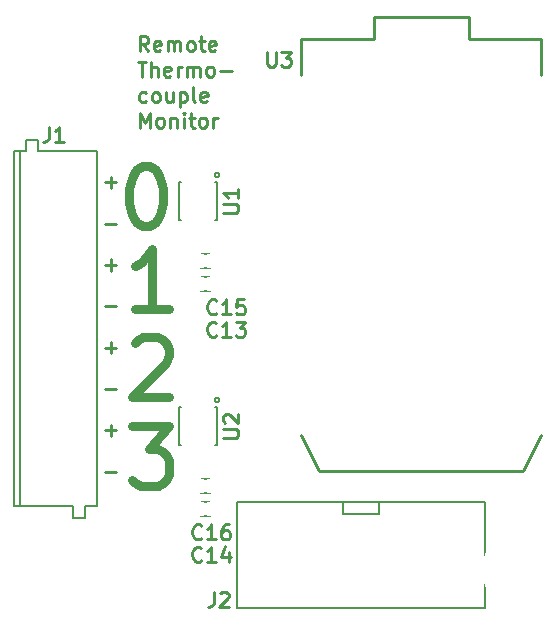
<source format=gto>
G04 #@! TF.FileFunction,Legend,Top*
%FSLAX46Y46*%
G04 Gerber Fmt 4.6, Leading zero omitted, Abs format (unit mm)*
G04 Created by KiCad (PCBNEW 4.0.4-stable) date Sunday, November 27, 2016 'PMt' 03:20:47 PM*
%MOMM*%
%LPD*%
G01*
G04 APERTURE LIST*
%ADD10C,0.100000*%
%ADD11C,0.254000*%
%ADD12C,0.762000*%
%ADD13C,0.150000*%
%ADD14O,2.400000X1.600000*%
%ADD15R,3.575000X1.670000*%
%ADD16R,2.178000X2.178000*%
%ADD17R,1.543000X1.543000*%
%ADD18R,1.924000X2.178000*%
%ADD19R,1.200000X1.150000*%
%ADD20R,2.650000X2.650000*%
%ADD21C,2.650000*%
%ADD22R,0.700000X1.850000*%
%ADD23C,7.400000*%
%ADD24C,1.000000*%
%ADD25C,2.300000*%
%ADD26R,2.300000X2.300000*%
G04 APERTURE END LIST*
D10*
D11*
X11188095Y49018976D02*
X10764762Y49623738D01*
X10462381Y49018976D02*
X10462381Y50288976D01*
X10946190Y50288976D01*
X11067143Y50228500D01*
X11127619Y50168024D01*
X11188095Y50047071D01*
X11188095Y49865643D01*
X11127619Y49744690D01*
X11067143Y49684214D01*
X10946190Y49623738D01*
X10462381Y49623738D01*
X12216190Y49079452D02*
X12095238Y49018976D01*
X11853333Y49018976D01*
X11732381Y49079452D01*
X11671905Y49200405D01*
X11671905Y49684214D01*
X11732381Y49805167D01*
X11853333Y49865643D01*
X12095238Y49865643D01*
X12216190Y49805167D01*
X12276667Y49684214D01*
X12276667Y49563262D01*
X11671905Y49442310D01*
X12820952Y49018976D02*
X12820952Y49865643D01*
X12820952Y49744690D02*
X12881428Y49805167D01*
X13002381Y49865643D01*
X13183809Y49865643D01*
X13304761Y49805167D01*
X13365238Y49684214D01*
X13365238Y49018976D01*
X13365238Y49684214D02*
X13425714Y49805167D01*
X13546666Y49865643D01*
X13728095Y49865643D01*
X13849047Y49805167D01*
X13909523Y49684214D01*
X13909523Y49018976D01*
X14695714Y49018976D02*
X14574761Y49079452D01*
X14514285Y49139929D01*
X14453809Y49260881D01*
X14453809Y49623738D01*
X14514285Y49744690D01*
X14574761Y49805167D01*
X14695714Y49865643D01*
X14877142Y49865643D01*
X14998094Y49805167D01*
X15058571Y49744690D01*
X15119047Y49623738D01*
X15119047Y49260881D01*
X15058571Y49139929D01*
X14998094Y49079452D01*
X14877142Y49018976D01*
X14695714Y49018976D01*
X15481904Y49865643D02*
X15965714Y49865643D01*
X15663333Y50288976D02*
X15663333Y49200405D01*
X15723809Y49079452D01*
X15844762Y49018976D01*
X15965714Y49018976D01*
X16872856Y49079452D02*
X16751904Y49018976D01*
X16509999Y49018976D01*
X16389047Y49079452D01*
X16328571Y49200405D01*
X16328571Y49684214D01*
X16389047Y49805167D01*
X16509999Y49865643D01*
X16751904Y49865643D01*
X16872856Y49805167D01*
X16933333Y49684214D01*
X16933333Y49563262D01*
X16328571Y49442310D01*
X10280952Y48129976D02*
X11006667Y48129976D01*
X10643810Y46859976D02*
X10643810Y48129976D01*
X11430000Y46859976D02*
X11430000Y48129976D01*
X11974286Y46859976D02*
X11974286Y47525214D01*
X11913809Y47646167D01*
X11792857Y47706643D01*
X11611429Y47706643D01*
X11490476Y47646167D01*
X11430000Y47585690D01*
X13062857Y46920452D02*
X12941905Y46859976D01*
X12700000Y46859976D01*
X12579048Y46920452D01*
X12518572Y47041405D01*
X12518572Y47525214D01*
X12579048Y47646167D01*
X12700000Y47706643D01*
X12941905Y47706643D01*
X13062857Y47646167D01*
X13123334Y47525214D01*
X13123334Y47404262D01*
X12518572Y47283310D01*
X13667619Y46859976D02*
X13667619Y47706643D01*
X13667619Y47464738D02*
X13728095Y47585690D01*
X13788571Y47646167D01*
X13909524Y47706643D01*
X14030476Y47706643D01*
X14453809Y46859976D02*
X14453809Y47706643D01*
X14453809Y47585690D02*
X14514285Y47646167D01*
X14635238Y47706643D01*
X14816666Y47706643D01*
X14937618Y47646167D01*
X14998095Y47525214D01*
X14998095Y46859976D01*
X14998095Y47525214D02*
X15058571Y47646167D01*
X15179523Y47706643D01*
X15360952Y47706643D01*
X15481904Y47646167D01*
X15542380Y47525214D01*
X15542380Y46859976D01*
X16328571Y46859976D02*
X16207618Y46920452D01*
X16147142Y46980929D01*
X16086666Y47101881D01*
X16086666Y47464738D01*
X16147142Y47585690D01*
X16207618Y47646167D01*
X16328571Y47706643D01*
X16509999Y47706643D01*
X16630951Y47646167D01*
X16691428Y47585690D01*
X16751904Y47464738D01*
X16751904Y47101881D01*
X16691428Y46980929D01*
X16630951Y46920452D01*
X16509999Y46859976D01*
X16328571Y46859976D01*
X17296190Y47343786D02*
X18263809Y47343786D01*
X11006667Y44761452D02*
X10885714Y44700976D01*
X10643810Y44700976D01*
X10522857Y44761452D01*
X10462381Y44821929D01*
X10401905Y44942881D01*
X10401905Y45305738D01*
X10462381Y45426690D01*
X10522857Y45487167D01*
X10643810Y45547643D01*
X10885714Y45547643D01*
X11006667Y45487167D01*
X11732381Y44700976D02*
X11611428Y44761452D01*
X11550952Y44821929D01*
X11490476Y44942881D01*
X11490476Y45305738D01*
X11550952Y45426690D01*
X11611428Y45487167D01*
X11732381Y45547643D01*
X11913809Y45547643D01*
X12034761Y45487167D01*
X12095238Y45426690D01*
X12155714Y45305738D01*
X12155714Y44942881D01*
X12095238Y44821929D01*
X12034761Y44761452D01*
X11913809Y44700976D01*
X11732381Y44700976D01*
X13244286Y45547643D02*
X13244286Y44700976D01*
X12700000Y45547643D02*
X12700000Y44882405D01*
X12760476Y44761452D01*
X12881429Y44700976D01*
X13062857Y44700976D01*
X13183809Y44761452D01*
X13244286Y44821929D01*
X13849048Y45547643D02*
X13849048Y44277643D01*
X13849048Y45487167D02*
X13970000Y45547643D01*
X14211905Y45547643D01*
X14332857Y45487167D01*
X14393334Y45426690D01*
X14453810Y45305738D01*
X14453810Y44942881D01*
X14393334Y44821929D01*
X14332857Y44761452D01*
X14211905Y44700976D01*
X13970000Y44700976D01*
X13849048Y44761452D01*
X15179525Y44700976D02*
X15058572Y44761452D01*
X14998096Y44882405D01*
X14998096Y45970976D01*
X16147143Y44761452D02*
X16026191Y44700976D01*
X15784286Y44700976D01*
X15663334Y44761452D01*
X15602858Y44882405D01*
X15602858Y45366214D01*
X15663334Y45487167D01*
X15784286Y45547643D01*
X16026191Y45547643D01*
X16147143Y45487167D01*
X16207620Y45366214D01*
X16207620Y45245262D01*
X15602858Y45124310D01*
X10462381Y42541976D02*
X10462381Y43811976D01*
X10885714Y42904833D01*
X11309048Y43811976D01*
X11309048Y42541976D01*
X12095239Y42541976D02*
X11974286Y42602452D01*
X11913810Y42662929D01*
X11853334Y42783881D01*
X11853334Y43146738D01*
X11913810Y43267690D01*
X11974286Y43328167D01*
X12095239Y43388643D01*
X12276667Y43388643D01*
X12397619Y43328167D01*
X12458096Y43267690D01*
X12518572Y43146738D01*
X12518572Y42783881D01*
X12458096Y42662929D01*
X12397619Y42602452D01*
X12276667Y42541976D01*
X12095239Y42541976D01*
X13062858Y43388643D02*
X13062858Y42541976D01*
X13062858Y43267690D02*
X13123334Y43328167D01*
X13244287Y43388643D01*
X13425715Y43388643D01*
X13546667Y43328167D01*
X13607144Y43207214D01*
X13607144Y42541976D01*
X14211906Y42541976D02*
X14211906Y43388643D01*
X14211906Y43811976D02*
X14151430Y43751500D01*
X14211906Y43691024D01*
X14272382Y43751500D01*
X14211906Y43811976D01*
X14211906Y43691024D01*
X14635239Y43388643D02*
X15119049Y43388643D01*
X14816668Y43811976D02*
X14816668Y42723405D01*
X14877144Y42602452D01*
X14998097Y42541976D01*
X15119049Y42541976D01*
X15723811Y42541976D02*
X15602858Y42602452D01*
X15542382Y42662929D01*
X15481906Y42783881D01*
X15481906Y43146738D01*
X15542382Y43267690D01*
X15602858Y43328167D01*
X15723811Y43388643D01*
X15905239Y43388643D01*
X16026191Y43328167D01*
X16086668Y43267690D01*
X16147144Y43146738D01*
X16147144Y42783881D01*
X16086668Y42662929D01*
X16026191Y42602452D01*
X15905239Y42541976D01*
X15723811Y42541976D01*
X16691430Y42541976D02*
X16691430Y43388643D01*
X16691430Y43146738D02*
X16751906Y43267690D01*
X16812382Y43328167D01*
X16933335Y43388643D01*
X17054287Y43388643D01*
D12*
X9806667Y17281905D02*
X12951429Y17281905D01*
X11258096Y15346667D01*
X11983810Y15346667D01*
X12467620Y15104762D01*
X12709524Y14862857D01*
X12951429Y14379048D01*
X12951429Y13169524D01*
X12709524Y12685714D01*
X12467620Y12443810D01*
X11983810Y12201905D01*
X10532382Y12201905D01*
X10048572Y12443810D01*
X9806667Y12685714D01*
X10048572Y24298095D02*
X10290477Y24540000D01*
X10774286Y24781905D01*
X11983810Y24781905D01*
X12467620Y24540000D01*
X12709524Y24298095D01*
X12951429Y23814286D01*
X12951429Y23330476D01*
X12709524Y22604762D01*
X9806667Y19701905D01*
X12951429Y19701905D01*
X12951429Y27201905D02*
X10048572Y27201905D01*
X11500001Y27201905D02*
X11500001Y32281905D01*
X11016191Y31556190D01*
X10532382Y31072381D01*
X10048572Y30830476D01*
X10758096Y39281905D02*
X11241905Y39281905D01*
X11725715Y39040000D01*
X11967620Y38798095D01*
X12209524Y38314286D01*
X12451429Y37346667D01*
X12451429Y36137143D01*
X12209524Y35169524D01*
X11967620Y34685714D01*
X11725715Y34443810D01*
X11241905Y34201905D01*
X10758096Y34201905D01*
X10274286Y34443810D01*
X10032382Y34685714D01*
X9790477Y35169524D01*
X9548572Y36137143D01*
X9548572Y37346667D01*
X9790477Y38314286D01*
X10032382Y38798095D01*
X10274286Y39040000D01*
X10758096Y39281905D01*
D11*
X7516191Y34409286D02*
X8483810Y34409286D01*
X7516191Y13409286D02*
X8483810Y13409286D01*
X7516191Y20409286D02*
X8483810Y20409286D01*
X7516191Y27409286D02*
X8483810Y27409286D01*
X7516191Y16909286D02*
X8483810Y16909286D01*
X8000000Y16425476D02*
X8000000Y17393095D01*
X7516191Y23909286D02*
X8483810Y23909286D01*
X8000000Y23425476D02*
X8000000Y24393095D01*
X7516191Y37909286D02*
X8483810Y37909286D01*
X8000000Y37425476D02*
X8000000Y38393095D01*
X7516191Y30909286D02*
X8483810Y30909286D01*
X8000000Y30425476D02*
X8000000Y31393095D01*
X24130000Y50038000D02*
X24130000Y46990000D01*
X44450000Y50038000D02*
X44450000Y46990000D01*
X30276800Y51943000D02*
X38303200Y51943000D01*
X38303200Y51943000D02*
X38303200Y50038000D01*
X38303200Y50038000D02*
X44450000Y50038000D01*
X44450000Y16510000D02*
X42926000Y13462000D01*
X42926000Y13462000D02*
X25654000Y13462000D01*
X25654000Y13462000D02*
X24130000Y16510000D01*
X24130000Y50038000D02*
X30276800Y50038000D01*
X30276800Y50038000D02*
X30276800Y51943000D01*
D13*
X15680000Y29935000D02*
X16380000Y29935000D01*
X16380000Y28735000D02*
X15680000Y28735000D01*
X15680000Y10885000D02*
X16380000Y10885000D01*
X16380000Y9685000D02*
X15680000Y9685000D01*
X15680000Y31840000D02*
X16380000Y31840000D01*
X16380000Y30640000D02*
X15680000Y30640000D01*
X15680000Y12790000D02*
X16380000Y12790000D01*
X16380000Y11590000D02*
X15680000Y11590000D01*
X330000Y40525000D02*
X330000Y10525000D01*
X6830000Y10525000D02*
X5830000Y10525000D01*
X5830000Y10525000D02*
X5830000Y9525000D01*
X5830000Y9525000D02*
X4830000Y9525000D01*
X4830000Y9525000D02*
X4830000Y10525000D01*
X4830000Y10525000D02*
X-170000Y10525000D01*
X-170000Y40525000D02*
X830000Y40525000D01*
X830000Y40525000D02*
X830000Y41525000D01*
X830000Y41525000D02*
X1830000Y41525000D01*
X1830000Y41525000D02*
X1830000Y40525000D01*
X1830000Y40525000D02*
X6830000Y40525000D01*
X6830000Y40525000D02*
X6830000Y10525000D01*
X-170000Y10525000D02*
X-170000Y40525000D01*
X17195000Y38520000D02*
G75*
G03X17195000Y38520000I-200000J0D01*
G01*
X13995000Y34720000D02*
X13795000Y34720000D01*
X13795000Y34720000D02*
X13795000Y37920000D01*
X13795000Y37920000D02*
X13995000Y37920000D01*
X16995000Y37920000D02*
X16995000Y34720000D01*
X16995000Y34720000D02*
X16795000Y34720000D01*
X16995000Y37920000D02*
X16795000Y37920000D01*
X17195000Y19470000D02*
G75*
G03X17195000Y19470000I-200000J0D01*
G01*
X13995000Y15670000D02*
X13795000Y15670000D01*
X13795000Y15670000D02*
X13795000Y18870000D01*
X13795000Y18870000D02*
X13995000Y18870000D01*
X16995000Y18870000D02*
X16995000Y15670000D01*
X16995000Y15670000D02*
X16795000Y15670000D01*
X16995000Y18870000D02*
X16795000Y18870000D01*
X30710000Y10850000D02*
X30710000Y9850000D01*
X30710000Y9850000D02*
X27710000Y9850000D01*
X27710000Y9850000D02*
X27710000Y10850000D01*
X39710000Y10850000D02*
X39710000Y1850000D01*
X39710000Y1850000D02*
X18710000Y1850000D01*
X18710000Y1850000D02*
X18710000Y10850000D01*
X18710000Y10850000D02*
X39710000Y10850000D01*
D11*
X21257381Y48955476D02*
X21257381Y47927381D01*
X21317857Y47806429D01*
X21378333Y47745952D01*
X21499286Y47685476D01*
X21741190Y47685476D01*
X21862143Y47745952D01*
X21922619Y47806429D01*
X21983095Y47927381D01*
X21983095Y48955476D01*
X22466905Y48955476D02*
X23253095Y48955476D01*
X22829762Y48471667D01*
X23011190Y48471667D01*
X23132143Y48411190D01*
X23192619Y48350714D01*
X23253095Y48229762D01*
X23253095Y47927381D01*
X23192619Y47806429D01*
X23132143Y47745952D01*
X23011190Y47685476D01*
X22648333Y47685476D01*
X22527381Y47745952D01*
X22466905Y47806429D01*
X16963571Y24946429D02*
X16903095Y24885952D01*
X16721666Y24825476D01*
X16600714Y24825476D01*
X16419286Y24885952D01*
X16298333Y25006905D01*
X16237857Y25127857D01*
X16177381Y25369762D01*
X16177381Y25551190D01*
X16237857Y25793095D01*
X16298333Y25914048D01*
X16419286Y26035000D01*
X16600714Y26095476D01*
X16721666Y26095476D01*
X16903095Y26035000D01*
X16963571Y25974524D01*
X18173095Y24825476D02*
X17447381Y24825476D01*
X17810238Y24825476D02*
X17810238Y26095476D01*
X17689286Y25914048D01*
X17568333Y25793095D01*
X17447381Y25732619D01*
X18596429Y26095476D02*
X19382619Y26095476D01*
X18959286Y25611667D01*
X19140714Y25611667D01*
X19261667Y25551190D01*
X19322143Y25490714D01*
X19382619Y25369762D01*
X19382619Y25067381D01*
X19322143Y24946429D01*
X19261667Y24885952D01*
X19140714Y24825476D01*
X18777857Y24825476D01*
X18656905Y24885952D01*
X18596429Y24946429D01*
X15693571Y5896429D02*
X15633095Y5835952D01*
X15451666Y5775476D01*
X15330714Y5775476D01*
X15149286Y5835952D01*
X15028333Y5956905D01*
X14967857Y6077857D01*
X14907381Y6319762D01*
X14907381Y6501190D01*
X14967857Y6743095D01*
X15028333Y6864048D01*
X15149286Y6985000D01*
X15330714Y7045476D01*
X15451666Y7045476D01*
X15633095Y6985000D01*
X15693571Y6924524D01*
X16903095Y5775476D02*
X16177381Y5775476D01*
X16540238Y5775476D02*
X16540238Y7045476D01*
X16419286Y6864048D01*
X16298333Y6743095D01*
X16177381Y6682619D01*
X17991667Y6622143D02*
X17991667Y5775476D01*
X17689286Y7105952D02*
X17386905Y6198810D01*
X18173095Y6198810D01*
X16963571Y26851429D02*
X16903095Y26790952D01*
X16721666Y26730476D01*
X16600714Y26730476D01*
X16419286Y26790952D01*
X16298333Y26911905D01*
X16237857Y27032857D01*
X16177381Y27274762D01*
X16177381Y27456190D01*
X16237857Y27698095D01*
X16298333Y27819048D01*
X16419286Y27940000D01*
X16600714Y28000476D01*
X16721666Y28000476D01*
X16903095Y27940000D01*
X16963571Y27879524D01*
X18173095Y26730476D02*
X17447381Y26730476D01*
X17810238Y26730476D02*
X17810238Y28000476D01*
X17689286Y27819048D01*
X17568333Y27698095D01*
X17447381Y27637619D01*
X19322143Y28000476D02*
X18717381Y28000476D01*
X18656905Y27395714D01*
X18717381Y27456190D01*
X18838333Y27516667D01*
X19140714Y27516667D01*
X19261667Y27456190D01*
X19322143Y27395714D01*
X19382619Y27274762D01*
X19382619Y26972381D01*
X19322143Y26851429D01*
X19261667Y26790952D01*
X19140714Y26730476D01*
X18838333Y26730476D01*
X18717381Y26790952D01*
X18656905Y26851429D01*
X15693571Y7801429D02*
X15633095Y7740952D01*
X15451666Y7680476D01*
X15330714Y7680476D01*
X15149286Y7740952D01*
X15028333Y7861905D01*
X14967857Y7982857D01*
X14907381Y8224762D01*
X14907381Y8406190D01*
X14967857Y8648095D01*
X15028333Y8769048D01*
X15149286Y8890000D01*
X15330714Y8950476D01*
X15451666Y8950476D01*
X15633095Y8890000D01*
X15693571Y8829524D01*
X16903095Y7680476D02*
X16177381Y7680476D01*
X16540238Y7680476D02*
X16540238Y8950476D01*
X16419286Y8769048D01*
X16298333Y8648095D01*
X16177381Y8587619D01*
X17991667Y8950476D02*
X17749762Y8950476D01*
X17628810Y8890000D01*
X17568333Y8829524D01*
X17447381Y8648095D01*
X17386905Y8406190D01*
X17386905Y7922381D01*
X17447381Y7801429D01*
X17507857Y7740952D01*
X17628810Y7680476D01*
X17870714Y7680476D01*
X17991667Y7740952D01*
X18052143Y7801429D01*
X18112619Y7922381D01*
X18112619Y8224762D01*
X18052143Y8345714D01*
X17991667Y8406190D01*
X17870714Y8466667D01*
X17628810Y8466667D01*
X17507857Y8406190D01*
X17447381Y8345714D01*
X17386905Y8224762D01*
X2751667Y42605476D02*
X2751667Y41698333D01*
X2691191Y41516905D01*
X2570239Y41395952D01*
X2388810Y41335476D01*
X2267858Y41335476D01*
X4021667Y41335476D02*
X3295953Y41335476D01*
X3658810Y41335476D02*
X3658810Y42605476D01*
X3537858Y42424048D01*
X3416905Y42303095D01*
X3295953Y42242619D01*
X17549524Y35352381D02*
X18577619Y35352381D01*
X18698571Y35412857D01*
X18759048Y35473333D01*
X18819524Y35594286D01*
X18819524Y35836190D01*
X18759048Y35957143D01*
X18698571Y36017619D01*
X18577619Y36078095D01*
X17549524Y36078095D01*
X18819524Y37348095D02*
X18819524Y36622381D01*
X18819524Y36985238D02*
X17549524Y36985238D01*
X17730952Y36864286D01*
X17851905Y36743333D01*
X17912381Y36622381D01*
X17549524Y16302381D02*
X18577619Y16302381D01*
X18698571Y16362857D01*
X18759048Y16423333D01*
X18819524Y16544286D01*
X18819524Y16786190D01*
X18759048Y16907143D01*
X18698571Y16967619D01*
X18577619Y17028095D01*
X17549524Y17028095D01*
X17670476Y17572381D02*
X17610000Y17632857D01*
X17549524Y17753809D01*
X17549524Y18056190D01*
X17610000Y18177143D01*
X17670476Y18237619D01*
X17791429Y18298095D01*
X17912381Y18298095D01*
X18093810Y18237619D01*
X18819524Y17511905D01*
X18819524Y18298095D01*
X16721667Y3235476D02*
X16721667Y2328333D01*
X16661191Y2146905D01*
X16540239Y2025952D01*
X16358810Y1965476D01*
X16237858Y1965476D01*
X17265953Y3114524D02*
X17326429Y3175000D01*
X17447381Y3235476D01*
X17749762Y3235476D01*
X17870715Y3175000D01*
X17931191Y3114524D01*
X17991667Y2993571D01*
X17991667Y2872619D01*
X17931191Y2691190D01*
X17205477Y1965476D01*
X17991667Y1965476D01*
%LPC*%
D14*
X43180000Y45720000D03*
X25400000Y45720000D03*
X43180000Y43180000D03*
X25400000Y43180000D03*
X43180000Y40640000D03*
X25400000Y40640000D03*
X43180000Y38100000D03*
X25400000Y38100000D03*
X43180000Y35560000D03*
X25400000Y35560000D03*
X43180000Y33020000D03*
X25400000Y33020000D03*
X43180000Y30480000D03*
X25400000Y30480000D03*
X43180000Y27940000D03*
X25400000Y27940000D03*
X43180000Y25400000D03*
X25400000Y25400000D03*
X43180000Y22860000D03*
X25400000Y22860000D03*
X43180000Y20320000D03*
X25400000Y20320000D03*
X43180000Y17780000D03*
X25400000Y17780000D03*
D15*
X23495000Y45720000D03*
X23495000Y43180000D03*
X23495000Y40640000D03*
X23495000Y38100000D03*
X23495000Y35560000D03*
X23495000Y33020000D03*
X23495000Y30480000D03*
X23495000Y27940000D03*
X23495000Y25400000D03*
X23495000Y22860000D03*
X23495000Y20320000D03*
X23495000Y17780000D03*
X45085000Y17780000D03*
X45085000Y20320000D03*
X45085000Y22860000D03*
X45085000Y25400000D03*
X45085000Y27940000D03*
X45085000Y30480000D03*
X45085000Y33020000D03*
X45085000Y35560000D03*
X45085000Y38100000D03*
X45085000Y40640000D03*
X45085000Y43180000D03*
X45085000Y45720000D03*
D16*
X27940000Y45720000D03*
X27940000Y38100000D03*
D17*
X27940000Y27940000D03*
X40640000Y43180000D03*
X40640000Y45720000D03*
D18*
X35306000Y48514000D03*
X33274000Y48514000D03*
D19*
X15280000Y29335000D03*
X16780000Y29335000D03*
X15280000Y10285000D03*
X16780000Y10285000D03*
X15280000Y31240000D03*
X16780000Y31240000D03*
X15280000Y12190000D03*
X16780000Y12190000D03*
D20*
X3330000Y37775000D03*
D21*
X3330000Y34275000D03*
X3330000Y30775000D03*
X3330000Y27275000D03*
X3330000Y23775000D03*
X3330000Y20275000D03*
X3330000Y16775000D03*
X3330000Y13275000D03*
D22*
X16395000Y34120000D03*
X16395000Y38520000D03*
X15895000Y34120000D03*
X15895000Y38520000D03*
X15395000Y34120000D03*
X15395000Y38520000D03*
X14895000Y34120000D03*
X14895000Y38520000D03*
X14395000Y34120000D03*
X14395000Y38520000D03*
X16395000Y15070000D03*
X16395000Y19470000D03*
X15895000Y15070000D03*
X15895000Y19470000D03*
X15395000Y15070000D03*
X15395000Y19470000D03*
X14895000Y15070000D03*
X14895000Y19470000D03*
X14395000Y15070000D03*
X14395000Y19470000D03*
D23*
X43180000Y5080000D03*
D24*
X45805000Y5080000D03*
X45036155Y3223845D03*
X43180000Y2455000D03*
X41323845Y3223845D03*
X40555000Y5080000D03*
X41323845Y6936155D03*
X43180000Y7705000D03*
X45036155Y6936155D03*
D23*
X5080000Y46990000D03*
D24*
X7705000Y46990000D03*
X6936155Y45133845D03*
X5080000Y44365000D03*
X3223845Y45133845D03*
X2455000Y46990000D03*
X3223845Y48846155D03*
X5080000Y49615000D03*
X6936155Y48846155D03*
D23*
X5080000Y5080000D03*
D24*
X7705000Y5080000D03*
X6936155Y3223845D03*
X5080000Y2455000D03*
X3223845Y3223845D03*
X2455000Y5080000D03*
X3223845Y6936155D03*
X5080000Y7705000D03*
X6936155Y6936155D03*
D25*
X34290000Y5080000D03*
D26*
X34290000Y7620000D03*
D25*
X31750000Y5080000D03*
X31750000Y7620000D03*
X29210000Y5080000D03*
X29210000Y7620000D03*
X26670000Y5080000D03*
X26670000Y7620000D03*
X24130000Y5080000D03*
X24130000Y7620000D03*
M02*

</source>
